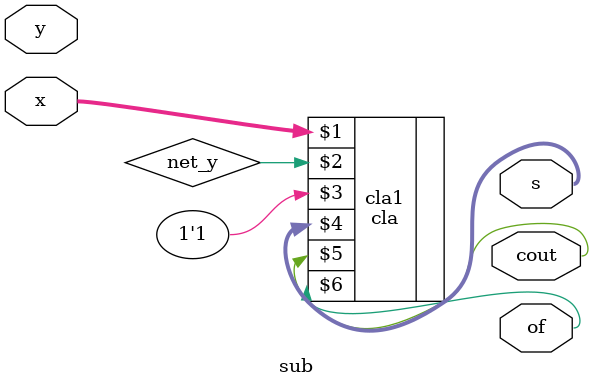
<source format=v>
module sub(x, y, s, cout, of);
	input [31:0] x, y;
	wire [31:0] neg_y;
	output [31:0] s;
	output cout, of;
	
	// convert all bits of y 0 to 1, 1 to 0
	genvar i;
	generate
			for (i=0; i<=31; i=i+1)
			begin: ones_comp_loop
					not not0(neg_y[i], y[i]);
			end
	endgenerate
	
	cla cla1(x, net_y, 1'b1, s, cout, of);
endmodule

</source>
